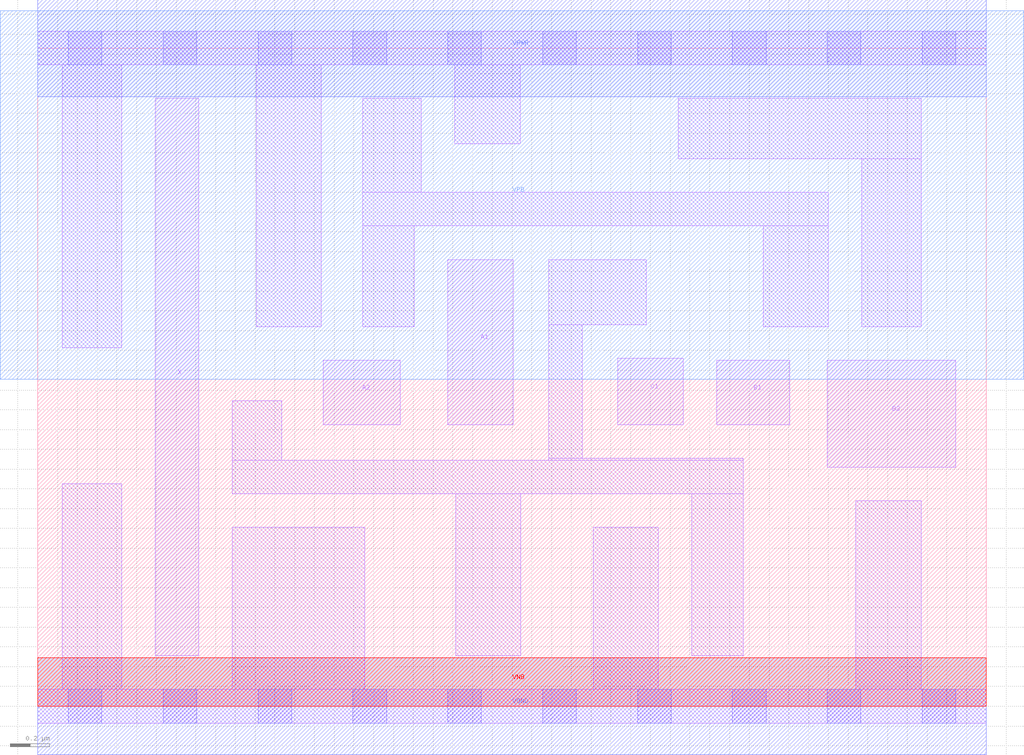
<source format=lef>
# Copyright 2020 The SkyWater PDK Authors
#
# Licensed under the Apache License, Version 2.0 (the "License");
# you may not use this file except in compliance with the License.
# You may obtain a copy of the License at
#
#     https://www.apache.org/licenses/LICENSE-2.0
#
# Unless required by applicable law or agreed to in writing, software
# distributed under the License is distributed on an "AS IS" BASIS,
# WITHOUT WARRANTIES OR CONDITIONS OF ANY KIND, either express or implied.
# See the License for the specific language governing permissions and
# limitations under the License.
#
# SPDX-License-Identifier: Apache-2.0

VERSION 5.7 ;
  NOWIREEXTENSIONATPIN ON ;
  DIVIDERCHAR "/" ;
  BUSBITCHARS "[]" ;
MACRO sky130_fd_sc_lp__a221o_2
  CLASS CORE ;
  FOREIGN sky130_fd_sc_lp__a221o_2 ;
  ORIGIN  0.000000  0.000000 ;
  SIZE  4.800000 BY  3.330000 ;
  SYMMETRY X Y R90 ;
  SITE unit ;
  PIN A1
    ANTENNAGATEAREA  0.315000 ;
    DIRECTION INPUT ;
    USE SIGNAL ;
    PORT
      LAYER li1 ;
        RECT 2.075000 1.425000 2.405000 2.260000 ;
    END
  END A1
  PIN A2
    ANTENNAGATEAREA  0.315000 ;
    DIRECTION INPUT ;
    USE SIGNAL ;
    PORT
      LAYER li1 ;
        RECT 1.445000 1.425000 1.835000 1.750000 ;
    END
  END A2
  PIN B1
    ANTENNAGATEAREA  0.315000 ;
    DIRECTION INPUT ;
    USE SIGNAL ;
    PORT
      LAYER li1 ;
        RECT 3.435000 1.425000 3.805000 1.750000 ;
    END
  END B1
  PIN B2
    ANTENNAGATEAREA  0.315000 ;
    DIRECTION INPUT ;
    USE SIGNAL ;
    PORT
      LAYER li1 ;
        RECT 3.995000 1.210000 4.645000 1.750000 ;
    END
  END B2
  PIN C1
    ANTENNAGATEAREA  0.315000 ;
    DIRECTION INPUT ;
    USE SIGNAL ;
    PORT
      LAYER li1 ;
        RECT 2.935000 1.425000 3.265000 1.760000 ;
    END
  END C1
  PIN X
    ANTENNADIFFAREA  0.588000 ;
    DIRECTION OUTPUT ;
    USE SIGNAL ;
    PORT
      LAYER li1 ;
        RECT 0.595000 0.255000 0.815000 3.075000 ;
    END
  END X
  PIN VGND
    DIRECTION INOUT ;
    USE GROUND ;
    PORT
      LAYER met1 ;
        RECT 0.000000 -0.245000 4.800000 0.245000 ;
    END
  END VGND
  PIN VNB
    DIRECTION INOUT ;
    USE GROUND ;
    PORT
      LAYER pwell ;
        RECT 0.000000 0.000000 4.800000 0.245000 ;
    END
  END VNB
  PIN VPB
    DIRECTION INOUT ;
    USE POWER ;
    PORT
      LAYER nwell ;
        RECT -0.190000 1.655000 4.990000 3.520000 ;
    END
  END VPB
  PIN VPWR
    DIRECTION INOUT ;
    USE POWER ;
    PORT
      LAYER met1 ;
        RECT 0.000000 3.085000 4.800000 3.575000 ;
    END
  END VPWR
  OBS
    LAYER li1 ;
      RECT 0.000000 -0.085000 4.800000 0.085000 ;
      RECT 0.000000  3.245000 4.800000 3.415000 ;
      RECT 0.125000  0.085000 0.425000 1.125000 ;
      RECT 0.125000  1.815000 0.425000 3.245000 ;
      RECT 0.985000  0.085000 1.655000 0.905000 ;
      RECT 0.985000  1.075000 3.570000 1.245000 ;
      RECT 0.985000  1.245000 1.235000 1.545000 ;
      RECT 1.105000  1.920000 1.435000 3.245000 ;
      RECT 1.645000  1.920000 1.905000 2.430000 ;
      RECT 1.645000  2.430000 4.000000 2.600000 ;
      RECT 1.645000  2.600000 1.940000 3.075000 ;
      RECT 2.110000  2.845000 2.440000 3.245000 ;
      RECT 2.115000  0.255000 2.445000 1.075000 ;
      RECT 2.585000  1.245000 3.570000 1.255000 ;
      RECT 2.585000  1.255000 2.755000 1.930000 ;
      RECT 2.585000  1.930000 3.080000 2.260000 ;
      RECT 2.810000  0.085000 3.140000 0.905000 ;
      RECT 3.240000  2.770000 4.470000 3.075000 ;
      RECT 3.310000  0.255000 3.570000 1.075000 ;
      RECT 3.670000  1.920000 4.000000 2.430000 ;
      RECT 4.140000  0.085000 4.470000 1.040000 ;
      RECT 4.170000  1.920000 4.470000 2.770000 ;
    LAYER mcon ;
      RECT 0.155000 -0.085000 0.325000 0.085000 ;
      RECT 0.155000  3.245000 0.325000 3.415000 ;
      RECT 0.635000 -0.085000 0.805000 0.085000 ;
      RECT 0.635000  3.245000 0.805000 3.415000 ;
      RECT 1.115000 -0.085000 1.285000 0.085000 ;
      RECT 1.115000  3.245000 1.285000 3.415000 ;
      RECT 1.595000 -0.085000 1.765000 0.085000 ;
      RECT 1.595000  3.245000 1.765000 3.415000 ;
      RECT 2.075000 -0.085000 2.245000 0.085000 ;
      RECT 2.075000  3.245000 2.245000 3.415000 ;
      RECT 2.555000 -0.085000 2.725000 0.085000 ;
      RECT 2.555000  3.245000 2.725000 3.415000 ;
      RECT 3.035000 -0.085000 3.205000 0.085000 ;
      RECT 3.035000  3.245000 3.205000 3.415000 ;
      RECT 3.515000 -0.085000 3.685000 0.085000 ;
      RECT 3.515000  3.245000 3.685000 3.415000 ;
      RECT 3.995000 -0.085000 4.165000 0.085000 ;
      RECT 3.995000  3.245000 4.165000 3.415000 ;
      RECT 4.475000 -0.085000 4.645000 0.085000 ;
      RECT 4.475000  3.245000 4.645000 3.415000 ;
  END
END sky130_fd_sc_lp__a221o_2
END LIBRARY

</source>
